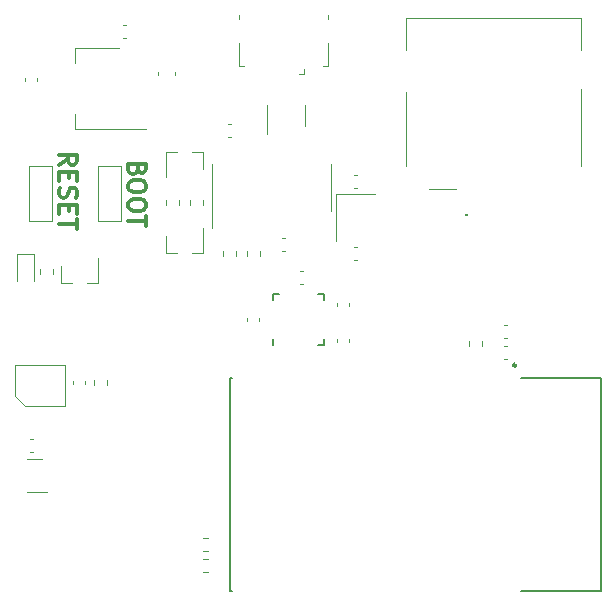
<source format=gbr>
%TF.GenerationSoftware,KiCad,Pcbnew,(5.1.10)-1*%
%TF.CreationDate,2021-12-18T14:31:07-08:00*%
%TF.ProjectId,ESP32_Playboard,45535033-325f-4506-9c61-79626f617264,rev?*%
%TF.SameCoordinates,Original*%
%TF.FileFunction,Legend,Top*%
%TF.FilePolarity,Positive*%
%FSLAX46Y46*%
G04 Gerber Fmt 4.6, Leading zero omitted, Abs format (unit mm)*
G04 Created by KiCad (PCBNEW (5.1.10)-1) date 2021-12-18 14:31:07*
%MOMM*%
%LPD*%
G01*
G04 APERTURE LIST*
%ADD10C,0.300000*%
%ADD11C,0.120000*%
%ADD12C,0.127000*%
%ADD13C,0.240000*%
%ADD14C,0.200000*%
%ADD15C,0.100000*%
%ADD16C,0.150000*%
G04 APERTURE END LIST*
D10*
X101199142Y-73402285D02*
X101127714Y-73616571D01*
X101056285Y-73688000D01*
X100913428Y-73759428D01*
X100699142Y-73759428D01*
X100556285Y-73688000D01*
X100484857Y-73616571D01*
X100413428Y-73473714D01*
X100413428Y-72902285D01*
X101913428Y-72902285D01*
X101913428Y-73402285D01*
X101842000Y-73545142D01*
X101770571Y-73616571D01*
X101627714Y-73688000D01*
X101484857Y-73688000D01*
X101342000Y-73616571D01*
X101270571Y-73545142D01*
X101199142Y-73402285D01*
X101199142Y-72902285D01*
X101913428Y-74688000D02*
X101913428Y-74973714D01*
X101842000Y-75116571D01*
X101699142Y-75259428D01*
X101413428Y-75330857D01*
X100913428Y-75330857D01*
X100627714Y-75259428D01*
X100484857Y-75116571D01*
X100413428Y-74973714D01*
X100413428Y-74688000D01*
X100484857Y-74545142D01*
X100627714Y-74402285D01*
X100913428Y-74330857D01*
X101413428Y-74330857D01*
X101699142Y-74402285D01*
X101842000Y-74545142D01*
X101913428Y-74688000D01*
X101913428Y-76259428D02*
X101913428Y-76545142D01*
X101842000Y-76688000D01*
X101699142Y-76830857D01*
X101413428Y-76902285D01*
X100913428Y-76902285D01*
X100627714Y-76830857D01*
X100484857Y-76688000D01*
X100413428Y-76545142D01*
X100413428Y-76259428D01*
X100484857Y-76116571D01*
X100627714Y-75973714D01*
X100913428Y-75902285D01*
X101413428Y-75902285D01*
X101699142Y-75973714D01*
X101842000Y-76116571D01*
X101913428Y-76259428D01*
X101913428Y-77330857D02*
X101913428Y-78188000D01*
X100413428Y-77759428D02*
X101913428Y-77759428D01*
X94571428Y-73005428D02*
X95285714Y-72505428D01*
X94571428Y-72148285D02*
X96071428Y-72148285D01*
X96071428Y-72719714D01*
X96000000Y-72862571D01*
X95928571Y-72934000D01*
X95785714Y-73005428D01*
X95571428Y-73005428D01*
X95428571Y-72934000D01*
X95357142Y-72862571D01*
X95285714Y-72719714D01*
X95285714Y-72148285D01*
X95357142Y-73648285D02*
X95357142Y-74148285D01*
X94571428Y-74362571D02*
X94571428Y-73648285D01*
X96071428Y-73648285D01*
X96071428Y-74362571D01*
X94642857Y-74934000D02*
X94571428Y-75148285D01*
X94571428Y-75505428D01*
X94642857Y-75648285D01*
X94714285Y-75719714D01*
X94857142Y-75791142D01*
X95000000Y-75791142D01*
X95142857Y-75719714D01*
X95214285Y-75648285D01*
X95285714Y-75505428D01*
X95357142Y-75219714D01*
X95428571Y-75076857D01*
X95500000Y-75005428D01*
X95642857Y-74934000D01*
X95785714Y-74934000D01*
X95928571Y-75005428D01*
X96000000Y-75076857D01*
X96071428Y-75219714D01*
X96071428Y-75576857D01*
X96000000Y-75791142D01*
X95357142Y-76434000D02*
X95357142Y-76934000D01*
X94571428Y-77148285D02*
X94571428Y-76434000D01*
X96071428Y-76434000D01*
X96071428Y-77148285D01*
X96071428Y-77576857D02*
X96071428Y-78434000D01*
X94571428Y-78005428D02*
X96071428Y-78005428D01*
D11*
%TO.C,D1*%
X91644000Y-93394000D02*
X90844000Y-92594000D01*
X90844000Y-92594000D02*
X90844000Y-89994000D01*
X90844000Y-89994000D02*
X95084000Y-89994000D01*
X95084000Y-89994000D02*
X95084000Y-93394000D01*
X95084000Y-93394000D02*
X91644000Y-93394000D01*
D12*
%TO.C,U5*%
X133664000Y-91076000D02*
X140414000Y-91076000D01*
X140414000Y-91076000D02*
X140414000Y-109076000D01*
X140414000Y-109076000D02*
X133664000Y-109076000D01*
X109014000Y-91076000D02*
X109014000Y-109076000D01*
X109014000Y-109076000D02*
X109214000Y-109076000D01*
X109164000Y-91076000D02*
X109014000Y-91076000D01*
D13*
X133234000Y-89976000D02*
G75*
G03*
X133234000Y-89976000I-120000J0D01*
G01*
D11*
%TO.C,R5*%
X130316500Y-87900742D02*
X130316500Y-88375258D01*
X129271500Y-87900742D02*
X129271500Y-88375258D01*
%TO.C,C11*%
X132474580Y-89410000D02*
X132193420Y-89410000D01*
X132474580Y-88390000D02*
X132193420Y-88390000D01*
%TO.C,C10*%
X132474580Y-87632000D02*
X132193420Y-87632000D01*
X132474580Y-86612000D02*
X132193420Y-86612000D01*
%TO.C,SW1*%
X91964000Y-73138000D02*
X93964760Y-73136760D01*
X91964000Y-77738000D02*
X91964000Y-73138000D01*
X93964000Y-77738000D02*
X91964000Y-77738000D01*
X93964760Y-73136760D02*
X93964000Y-77738000D01*
%TO.C,R2*%
X111520500Y-80755258D02*
X111520500Y-80280742D01*
X110475500Y-80755258D02*
X110475500Y-80280742D01*
%TO.C,J1*%
X115298000Y-64882000D02*
X115298000Y-65332000D01*
X114848000Y-65332000D02*
X115298000Y-65332000D01*
X117298000Y-64652000D02*
X116878000Y-64652000D01*
X117298000Y-62672000D02*
X117298000Y-64652000D01*
X117298000Y-60302000D02*
X117298000Y-60702000D01*
X109778000Y-60702000D02*
X109778000Y-60302000D01*
X109778000Y-64652000D02*
X110198000Y-64652000D01*
X109778000Y-62672000D02*
X109778000Y-64652000D01*
%TO.C,C1*%
X108825420Y-70614000D02*
X109106580Y-70614000D01*
X108825420Y-69594000D02*
X109106580Y-69594000D01*
%TO.C,C2*%
X113678580Y-80266000D02*
X113397420Y-80266000D01*
X113678580Y-79246000D02*
X113397420Y-79246000D01*
%TO.C,C3*%
X119493420Y-74932000D02*
X119774580Y-74932000D01*
X119493420Y-73912000D02*
X119774580Y-73912000D01*
%TO.C,C4*%
X119774580Y-81028000D02*
X119493420Y-81028000D01*
X119774580Y-80008000D02*
X119493420Y-80008000D01*
%TO.C,C5*%
X100216580Y-61212000D02*
X99935420Y-61212000D01*
X100216580Y-62232000D02*
X99935420Y-62232000D01*
%TO.C,C6*%
X91692000Y-65926580D02*
X91692000Y-65645420D01*
X92712000Y-65926580D02*
X92712000Y-65645420D01*
%TO.C,C7*%
X96776000Y-91299420D02*
X96776000Y-91580580D01*
X95756000Y-91299420D02*
X95756000Y-91580580D01*
%TO.C,C8*%
X119128000Y-87743420D02*
X119128000Y-88024580D01*
X118108000Y-87743420D02*
X118108000Y-88024580D01*
%TO.C,C9*%
X115202580Y-83060000D02*
X114921420Y-83060000D01*
X115202580Y-82040000D02*
X114921420Y-82040000D01*
%TO.C,C12*%
X119128000Y-84976580D02*
X119128000Y-84695420D01*
X118108000Y-84976580D02*
X118108000Y-84695420D01*
%TO.C,C13*%
X110488000Y-85965420D02*
X110488000Y-86246580D01*
X111508000Y-85965420D02*
X111508000Y-86246580D01*
%TO.C,C14*%
X92061420Y-97284000D02*
X92342580Y-97284000D01*
X92061420Y-96264000D02*
X92342580Y-96264000D01*
%TO.C,D2*%
X90959000Y-80557000D02*
X90959000Y-82842000D01*
X92429000Y-80557000D02*
X90959000Y-80557000D01*
X92429000Y-82842000D02*
X92429000Y-80557000D01*
%TO.C,F1*%
X102922000Y-65132969D02*
X102922000Y-65423031D01*
X104342000Y-65132969D02*
X104342000Y-65423031D01*
D14*
%TO.C,J2*%
X129118000Y-77218000D02*
X129118000Y-77218000D01*
X129018000Y-77218000D02*
X129018000Y-77218000D01*
X129118000Y-77218000D02*
X129118000Y-77218000D01*
D15*
X138693000Y-73068000D02*
X138693000Y-66568000D01*
X138693000Y-73068000D02*
X138693000Y-73068000D01*
X138693000Y-66568000D02*
X138693000Y-73068000D01*
X138693000Y-66568000D02*
X138693000Y-66568000D01*
X138693000Y-63318000D02*
X138693000Y-60568000D01*
X138693000Y-63318000D02*
X138693000Y-63318000D01*
X138693000Y-60568000D02*
X138693000Y-63318000D01*
X138693000Y-60568000D02*
X138693000Y-60568000D01*
X123943000Y-60568000D02*
X123943000Y-60568000D01*
X138693000Y-60568000D02*
X123943000Y-60568000D01*
X138693000Y-60568000D02*
X138693000Y-60568000D01*
X123943000Y-60568000D02*
X138693000Y-60568000D01*
X123943000Y-60568000D02*
X123943000Y-63318000D01*
X123943000Y-60568000D02*
X123943000Y-60568000D01*
X123943000Y-63318000D02*
X123943000Y-60568000D01*
X123943000Y-63318000D02*
X123943000Y-63318000D01*
X123943000Y-66818000D02*
X123943000Y-73068000D01*
X123943000Y-66818000D02*
X123943000Y-66818000D01*
X123943000Y-73068000D02*
X123943000Y-66818000D01*
X123943000Y-73068000D02*
X123943000Y-73068000D01*
X128118000Y-75068000D02*
X128118000Y-75068000D01*
X125868000Y-75068000D02*
X128118000Y-75068000D01*
X125868000Y-75068000D02*
X125868000Y-75068000D01*
X128118000Y-75068000D02*
X125868000Y-75068000D01*
D14*
X129018000Y-77218000D02*
G75*
G02*
X129118000Y-77218000I50000J0D01*
G01*
X129118000Y-77218000D02*
G75*
G02*
X129018000Y-77218000I-50000J0D01*
G01*
X129018000Y-77218000D02*
G75*
G02*
X129118000Y-77218000I50000J0D01*
G01*
D11*
%TO.C,Q1*%
X94686000Y-83056000D02*
X94686000Y-81596000D01*
X97846000Y-83056000D02*
X97846000Y-80896000D01*
X97846000Y-83056000D02*
X96916000Y-83056000D01*
X94686000Y-83056000D02*
X95616000Y-83056000D01*
%TO.C,Q2*%
X106736000Y-71884000D02*
X106736000Y-73344000D01*
X103576000Y-71884000D02*
X103576000Y-74044000D01*
X103576000Y-71884000D02*
X104506000Y-71884000D01*
X106736000Y-71884000D02*
X105806000Y-71884000D01*
%TO.C,Q3*%
X103576000Y-80516000D02*
X104506000Y-80516000D01*
X106736000Y-80516000D02*
X105806000Y-80516000D01*
X106736000Y-80516000D02*
X106736000Y-78356000D01*
X103576000Y-80516000D02*
X103576000Y-79056000D01*
%TO.C,R1*%
X108443500Y-80755258D02*
X108443500Y-80280742D01*
X109488500Y-80755258D02*
X109488500Y-80280742D01*
%TO.C,R3*%
X97521500Y-91202742D02*
X97521500Y-91677258D01*
X98566500Y-91202742D02*
X98566500Y-91677258D01*
%TO.C,R4*%
X93994500Y-82279258D02*
X93994500Y-81804742D01*
X92949500Y-82279258D02*
X92949500Y-81804742D01*
%TO.C,R6*%
X103617500Y-76437258D02*
X103617500Y-75962742D01*
X104662500Y-76437258D02*
X104662500Y-75962742D01*
%TO.C,R7*%
X107171258Y-105678500D02*
X106696742Y-105678500D01*
X107171258Y-104633500D02*
X106696742Y-104633500D01*
%TO.C,R9*%
X106696742Y-107456500D02*
X107171258Y-107456500D01*
X106696742Y-106411500D02*
X107171258Y-106411500D01*
%TO.C,R8*%
X105649500Y-75962742D02*
X105649500Y-76437258D01*
X106694500Y-75962742D02*
X106694500Y-76437258D01*
%TO.C,SW2*%
X97805240Y-77739240D02*
X97806000Y-73138000D01*
X97806000Y-73138000D02*
X99806000Y-73138000D01*
X99806000Y-73138000D02*
X99806000Y-77738000D01*
X99806000Y-77738000D02*
X97805240Y-77739240D01*
%TO.C,U1*%
X101890000Y-69958000D02*
X95880000Y-69958000D01*
X99640000Y-63138000D02*
X95880000Y-63138000D01*
X95880000Y-69958000D02*
X95880000Y-68698000D01*
X95880000Y-63138000D02*
X95880000Y-64398000D01*
%TO.C,U2*%
X112182000Y-67934000D02*
X112182000Y-70384000D01*
X115402000Y-69734000D02*
X115402000Y-67934000D01*
%TO.C,U3*%
X107462000Y-74930000D02*
X107462000Y-78380000D01*
X107462000Y-74930000D02*
X107462000Y-72980000D01*
X117582000Y-74930000D02*
X117582000Y-76880000D01*
X117582000Y-74930000D02*
X117582000Y-72980000D01*
D16*
%TO.C,U4*%
X112658000Y-83956000D02*
X112658000Y-84481000D01*
X116958000Y-83956000D02*
X116958000Y-84481000D01*
X116958000Y-88256000D02*
X116958000Y-87731000D01*
X112658000Y-88256000D02*
X112658000Y-87731000D01*
X116958000Y-83956000D02*
X116433000Y-83956000D01*
X116958000Y-88256000D02*
X116433000Y-88256000D01*
X112658000Y-83956000D02*
X113183000Y-83956000D01*
D11*
%TO.C,U6*%
X93106000Y-97904000D02*
X91806000Y-97904000D01*
X93546000Y-100724000D02*
X91806000Y-100724000D01*
%TO.C,Y1*%
X117984000Y-75470000D02*
X117984000Y-79470000D01*
X121284000Y-75470000D02*
X117984000Y-75470000D01*
%TD*%
M02*

</source>
